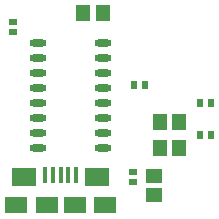
<source format=gbp>
%FSLAX25Y25*%
%MOIN*%
G70*
G01*
G75*
%ADD21R,0.02520X0.02362*%
%ADD22R,0.02362X0.02520*%
%ADD28R,0.05512X0.05118*%
%ADD37R,0.08268X0.06299*%
%ADD38R,0.01575X0.05315*%
%ADD39R,0.07480X0.05709*%
%ADD40O,0.05709X0.02362*%
%ADD41R,0.04528X0.05512*%
%ADD42R,0.04528X0.05315*%
D21*
X325000Y208732D02*
D03*
Y205268D02*
D03*
X285000Y255268D02*
D03*
Y258732D02*
D03*
D22*
X347268Y231500D02*
D03*
X350732D02*
D03*
X347268Y221000D02*
D03*
X350732D02*
D03*
X325268Y237500D02*
D03*
X328732D02*
D03*
D28*
X332000Y207150D02*
D03*
Y200850D02*
D03*
D37*
X312980Y207047D02*
D03*
X288571D02*
D03*
D38*
X298217Y207539D02*
D03*
X303335D02*
D03*
X305894D02*
D03*
X295657D02*
D03*
X300776D02*
D03*
D39*
X315539Y197500D02*
D03*
X305500D02*
D03*
X296051D02*
D03*
X286012D02*
D03*
D40*
X293272Y216500D02*
D03*
Y221500D02*
D03*
Y226500D02*
D03*
Y231500D02*
D03*
Y236500D02*
D03*
Y241500D02*
D03*
Y246500D02*
D03*
Y251500D02*
D03*
X314728Y216500D02*
D03*
Y221500D02*
D03*
Y226500D02*
D03*
Y231500D02*
D03*
Y236500D02*
D03*
Y241500D02*
D03*
Y246500D02*
D03*
Y251500D02*
D03*
D41*
X333850Y216669D02*
D03*
X340150D02*
D03*
X333850Y225331D02*
D03*
X340150D02*
D03*
D42*
X308055Y261500D02*
D03*
X314945D02*
D03*
M02*

</source>
